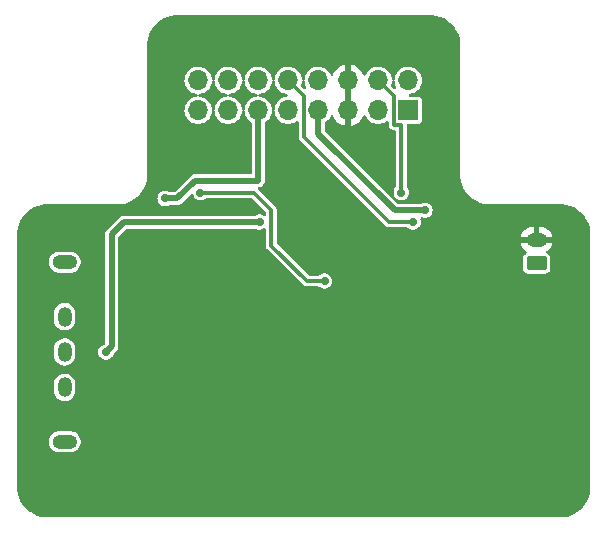
<source format=gbr>
%TF.GenerationSoftware,KiCad,Pcbnew,8.0.1*%
%TF.CreationDate,2024-04-21T22:45:41+02:00*%
%TF.ProjectId,PowerSubsystem2.0,506f7765-7253-4756-9273-797374656d32,v2*%
%TF.SameCoordinates,Original*%
%TF.FileFunction,Copper,L2,Bot*%
%TF.FilePolarity,Positive*%
%FSLAX46Y46*%
G04 Gerber Fmt 4.6, Leading zero omitted, Abs format (unit mm)*
G04 Created by KiCad (PCBNEW 8.0.1) date 2024-04-21 22:45:41*
%MOMM*%
%LPD*%
G01*
G04 APERTURE LIST*
G04 Aperture macros list*
%AMRoundRect*
0 Rectangle with rounded corners*
0 $1 Rounding radius*
0 $2 $3 $4 $5 $6 $7 $8 $9 X,Y pos of 4 corners*
0 Add a 4 corners polygon primitive as box body*
4,1,4,$2,$3,$4,$5,$6,$7,$8,$9,$2,$3,0*
0 Add four circle primitives for the rounded corners*
1,1,$1+$1,$2,$3*
1,1,$1+$1,$4,$5*
1,1,$1+$1,$6,$7*
1,1,$1+$1,$8,$9*
0 Add four rect primitives between the rounded corners*
20,1,$1+$1,$2,$3,$4,$5,0*
20,1,$1+$1,$4,$5,$6,$7,0*
20,1,$1+$1,$6,$7,$8,$9,0*
20,1,$1+$1,$8,$9,$2,$3,0*%
G04 Aperture macros list end*
%TA.AperFunction,ComponentPad*%
%ADD10O,2.100000X1.200000*%
%TD*%
%TA.AperFunction,ComponentPad*%
%ADD11O,1.200000X1.700000*%
%TD*%
%TA.AperFunction,ComponentPad*%
%ADD12O,1.750000X1.200000*%
%TD*%
%TA.AperFunction,ComponentPad*%
%ADD13RoundRect,0.250000X0.625000X-0.350000X0.625000X0.350000X-0.625000X0.350000X-0.625000X-0.350000X0*%
%TD*%
%TA.AperFunction,ComponentPad*%
%ADD14R,1.700000X1.700000*%
%TD*%
%TA.AperFunction,ComponentPad*%
%ADD15O,1.700000X1.700000*%
%TD*%
%TA.AperFunction,ViaPad*%
%ADD16C,0.700000*%
%TD*%
%TA.AperFunction,Conductor*%
%ADD17C,0.300000*%
%TD*%
%TA.AperFunction,Conductor*%
%ADD18C,0.500000*%
%TD*%
G04 APERTURE END LIST*
D10*
%TO.P,U5,5,5*%
%TO.N,unconnected-(U5-Pad5)*%
X107500000Y-72900051D03*
%TO.P,U5,4,4*%
%TO.N,unconnected-(U5-Pad4)*%
X107500000Y-88099949D03*
D11*
%TO.P,U5,3,3*%
%TO.N,H-bridge*%
X107500000Y-83500000D03*
%TO.P,U5,2,2*%
%TO.N,/Vbatt*%
X107500000Y-80500000D03*
%TO.P,U5,1,1*%
%TO.N,Charging*%
X107500000Y-77500000D03*
%TD*%
D12*
%TO.P,J2,2,Pin_2*%
%TO.N,GND*%
X147450000Y-71000000D03*
D13*
%TO.P,J2,1,Pin_1*%
%TO.N,/Vbatt*%
X147450000Y-73000000D03*
%TD*%
D14*
%TO.P,J1,1,Pin_1*%
%TO.N,/Motor2_A*%
X136580000Y-60040000D03*
D15*
%TO.P,J1,2,Pin_2*%
%TO.N,/PWM1*%
X136580000Y-57500000D03*
%TO.P,J1,3,Pin_3*%
%TO.N,/Motor2_B*%
X134040000Y-60040000D03*
%TO.P,J1,4,Pin_4*%
%TO.N,/PWM2*%
X134040000Y-57500000D03*
%TO.P,J1,5,Pin_5*%
%TO.N,GND*%
X131500000Y-60040000D03*
%TO.P,J1,6,Pin_6*%
X131500000Y-57500000D03*
%TO.P,J1,7,Pin_7*%
%TO.N,/Vbatt*%
X128960000Y-60040000D03*
%TO.P,J1,8,Pin_8*%
X128960000Y-57500000D03*
%TO.P,J1,9,Pin_9*%
%TO.N,/RESV*%
X126420000Y-60040000D03*
%TO.P,J1,10,Pin_10*%
%TO.N,VADC*%
X126420000Y-57500000D03*
%TO.P,J1,11,Pin_11*%
%TO.N,/Vusb*%
X123880000Y-60040000D03*
%TO.P,J1,12,Pin_12*%
X123880000Y-57500000D03*
%TO.P,J1,13,Pin_13*%
%TO.N,/Motor1_A*%
X121340000Y-60040000D03*
%TO.P,J1,14,Pin_14*%
%TO.N,/PWM3*%
X121340000Y-57500000D03*
%TO.P,J1,15,Pin_15*%
%TO.N,/Motor1_B*%
X118800000Y-60040000D03*
%TO.P,J1,16,Pin_16*%
%TO.N,/PWM4*%
X118800000Y-57500000D03*
%TD*%
D16*
%TO.N,GND*%
X121500000Y-74500000D03*
X116500000Y-86500000D03*
%TO.N,/Vbatt*%
X124000000Y-69500000D03*
X111000000Y-80500000D03*
%TO.N,/Vusb*%
X116000000Y-67500000D03*
%TO.N,VADC*%
X137000000Y-69500000D03*
%TO.N,GND*%
X131500000Y-62500000D03*
%TO.N,/Vbatt*%
X138000000Y-68500000D03*
%TO.N,GND*%
X141460000Y-89000000D03*
X129500000Y-71000000D03*
X131000000Y-71000000D03*
X144500000Y-71000000D03*
X133500000Y-87500000D03*
X143460000Y-76475000D03*
X130500000Y-84000000D03*
%TO.N,/PWM2*%
X136000000Y-67000000D03*
%TO.N,/Motor1_B*%
X119000000Y-67000000D03*
X129500000Y-74500000D03*
%TD*%
D17*
%TO.N,VADC*%
X127760000Y-58840000D02*
X126420000Y-57500000D01*
X135000000Y-69500000D02*
X127760000Y-62260000D01*
X137000000Y-69500000D02*
X135000000Y-69500000D01*
X127760000Y-62260000D02*
X127760000Y-58840000D01*
D18*
%TO.N,/Vbatt*%
X138000000Y-68500000D02*
X135439339Y-68500000D01*
X135439339Y-68500000D02*
X128960000Y-62020661D01*
X128960000Y-62020661D02*
X128960000Y-60040000D01*
D17*
%TO.N,/Motor1_B*%
X125000000Y-71500000D02*
X128000000Y-74500000D01*
X125000000Y-68500000D02*
X125000000Y-71500000D01*
X128000000Y-74500000D02*
X129500000Y-74500000D01*
X119000000Y-67000000D02*
X123500000Y-67000000D01*
X123500000Y-67000000D02*
X125000000Y-68500000D01*
D18*
%TO.N,/Vusb*%
X118500000Y-66000000D02*
X123880000Y-66000000D01*
X123880000Y-66000000D02*
X123880000Y-60040000D01*
X116000000Y-67500000D02*
X117000000Y-67500000D01*
X117000000Y-67500000D02*
X118500000Y-66000000D01*
D17*
%TO.N,/PWM2*%
X135380000Y-58840000D02*
X134040000Y-57500000D01*
X135380000Y-61240000D02*
X135380000Y-58840000D01*
X136000000Y-61240000D02*
X135380000Y-61240000D01*
X136000000Y-67000000D02*
X136000000Y-61240000D01*
D18*
%TO.N,/Vbatt*%
X112500000Y-69500000D02*
X124000000Y-69500000D01*
X112000000Y-70000000D02*
X112500000Y-69500000D01*
X111500000Y-70500000D02*
X112000000Y-70000000D01*
X111500000Y-80000000D02*
X111500000Y-70500000D01*
X111000000Y-80500000D02*
X111500000Y-80000000D01*
%TD*%
%TA.AperFunction,Conductor*%
%TO.N,GND*%
G36*
X131750000Y-59606988D02*
G01*
X131692993Y-59574075D01*
X131565826Y-59540000D01*
X131434174Y-59540000D01*
X131307007Y-59574075D01*
X131250000Y-59606988D01*
X131250000Y-57933012D01*
X131307007Y-57965925D01*
X131434174Y-58000000D01*
X131565826Y-58000000D01*
X131692993Y-57965925D01*
X131750000Y-57933012D01*
X131750000Y-59606988D01*
G37*
%TD.AperFunction*%
%TA.AperFunction,Conductor*%
G36*
X138501039Y-52000017D02*
G01*
X138503981Y-52000065D01*
X138656582Y-52002559D01*
X138670718Y-52003602D01*
X138980196Y-52044345D01*
X138996087Y-52047506D01*
X139240218Y-52112921D01*
X139296612Y-52128032D01*
X139311971Y-52133246D01*
X139599400Y-52252303D01*
X139613947Y-52259477D01*
X139883377Y-52415032D01*
X139896863Y-52424043D01*
X140143686Y-52613437D01*
X140155881Y-52624132D01*
X140375867Y-52844118D01*
X140386562Y-52856313D01*
X140575956Y-53103136D01*
X140584967Y-53116622D01*
X140740522Y-53386052D01*
X140747696Y-53400599D01*
X140866753Y-53688028D01*
X140871967Y-53703387D01*
X140952491Y-54003903D01*
X140955655Y-54019812D01*
X140996396Y-54329270D01*
X140997440Y-54343428D01*
X140999983Y-54498960D01*
X141000000Y-54500987D01*
X141000000Y-65500026D01*
X141002675Y-65663677D01*
X141002677Y-65663694D01*
X141045405Y-65988245D01*
X141130135Y-66304461D01*
X141255410Y-66606901D01*
X141255414Y-66606911D01*
X141419095Y-66890415D01*
X141618382Y-67150131D01*
X141618388Y-67150138D01*
X141849861Y-67381611D01*
X141849868Y-67381617D01*
X142109584Y-67580904D01*
X142393088Y-67744585D01*
X142393089Y-67744585D01*
X142393092Y-67744587D01*
X142695539Y-67869865D01*
X143011751Y-67954594D01*
X143336317Y-67997324D01*
X143361892Y-67997742D01*
X143499973Y-68000000D01*
X143500000Y-68000000D01*
X149499013Y-68000000D01*
X149501039Y-68000017D01*
X149503981Y-68000065D01*
X149656582Y-68002559D01*
X149670718Y-68003602D01*
X149980196Y-68044345D01*
X149996087Y-68047506D01*
X150239378Y-68112696D01*
X150296612Y-68128032D01*
X150311971Y-68133246D01*
X150599400Y-68252303D01*
X150613947Y-68259477D01*
X150883377Y-68415032D01*
X150896863Y-68424043D01*
X151143686Y-68613437D01*
X151155881Y-68624132D01*
X151375867Y-68844118D01*
X151386562Y-68856313D01*
X151575956Y-69103136D01*
X151584967Y-69116622D01*
X151740522Y-69386052D01*
X151747696Y-69400599D01*
X151866753Y-69688028D01*
X151871967Y-69703387D01*
X151952491Y-70003903D01*
X151955655Y-70019812D01*
X151996396Y-70329270D01*
X151997440Y-70343428D01*
X151999983Y-70498960D01*
X152000000Y-70500987D01*
X152000000Y-91999012D01*
X151999983Y-92001039D01*
X151997440Y-92156571D01*
X151996396Y-92170729D01*
X151955655Y-92480187D01*
X151952491Y-92496096D01*
X151871967Y-92796612D01*
X151866753Y-92811971D01*
X151747696Y-93099400D01*
X151740522Y-93113947D01*
X151584967Y-93383377D01*
X151575956Y-93396863D01*
X151386562Y-93643686D01*
X151375867Y-93655881D01*
X151155881Y-93875867D01*
X151143686Y-93886562D01*
X150896863Y-94075956D01*
X150883377Y-94084967D01*
X150613947Y-94240522D01*
X150599400Y-94247696D01*
X150311971Y-94366753D01*
X150296612Y-94371967D01*
X149996096Y-94452491D01*
X149980187Y-94455655D01*
X149670729Y-94496396D01*
X149656571Y-94497440D01*
X149501040Y-94499983D01*
X149499013Y-94500000D01*
X106000987Y-94500000D01*
X105998960Y-94499983D01*
X105843428Y-94497440D01*
X105829270Y-94496396D01*
X105519812Y-94455655D01*
X105503903Y-94452491D01*
X105203387Y-94371967D01*
X105188028Y-94366753D01*
X104900599Y-94247696D01*
X104886052Y-94240522D01*
X104616622Y-94084967D01*
X104603136Y-94075956D01*
X104356313Y-93886562D01*
X104344118Y-93875867D01*
X104124132Y-93655881D01*
X104113437Y-93643686D01*
X103924043Y-93396863D01*
X103915032Y-93383377D01*
X103759477Y-93113947D01*
X103752303Y-93099400D01*
X103633246Y-92811971D01*
X103628032Y-92796612D01*
X103612921Y-92740218D01*
X103547506Y-92496087D01*
X103544345Y-92480196D01*
X103503602Y-92170718D01*
X103502559Y-92156582D01*
X103500017Y-92001038D01*
X103500000Y-91999012D01*
X103500000Y-88188644D01*
X106149500Y-88188644D01*
X106184103Y-88362607D01*
X106184106Y-88362616D01*
X106251983Y-88526489D01*
X106251990Y-88526502D01*
X106350535Y-88673983D01*
X106350538Y-88673987D01*
X106475961Y-88799410D01*
X106475965Y-88799413D01*
X106623446Y-88897958D01*
X106623459Y-88897965D01*
X106746363Y-88948872D01*
X106787334Y-88965843D01*
X106787336Y-88965843D01*
X106787341Y-88965845D01*
X106961304Y-89000448D01*
X106961307Y-89000449D01*
X106961309Y-89000449D01*
X108038693Y-89000449D01*
X108038694Y-89000448D01*
X108096682Y-88988913D01*
X108212658Y-88965845D01*
X108212661Y-88965843D01*
X108212666Y-88965843D01*
X108376547Y-88897962D01*
X108524035Y-88799413D01*
X108649464Y-88673984D01*
X108748013Y-88526496D01*
X108815894Y-88362615D01*
X108850500Y-88188640D01*
X108850500Y-88011258D01*
X108850500Y-88011255D01*
X108850499Y-88011253D01*
X108815896Y-87837290D01*
X108815893Y-87837281D01*
X108748016Y-87673408D01*
X108748009Y-87673395D01*
X108649464Y-87525914D01*
X108649461Y-87525910D01*
X108524038Y-87400487D01*
X108524034Y-87400484D01*
X108376553Y-87301939D01*
X108376540Y-87301932D01*
X108212667Y-87234055D01*
X108212658Y-87234052D01*
X108038694Y-87199449D01*
X108038691Y-87199449D01*
X106961309Y-87199449D01*
X106961306Y-87199449D01*
X106787341Y-87234052D01*
X106787332Y-87234055D01*
X106623459Y-87301932D01*
X106623446Y-87301939D01*
X106475965Y-87400484D01*
X106475961Y-87400487D01*
X106350538Y-87525910D01*
X106350535Y-87525914D01*
X106251990Y-87673395D01*
X106251983Y-87673408D01*
X106184106Y-87837281D01*
X106184103Y-87837290D01*
X106149500Y-88011253D01*
X106149500Y-88188644D01*
X103500000Y-88188644D01*
X103500000Y-83838695D01*
X106599500Y-83838695D01*
X106634103Y-84012658D01*
X106634106Y-84012667D01*
X106701983Y-84176540D01*
X106701990Y-84176553D01*
X106800535Y-84324034D01*
X106800538Y-84324038D01*
X106925961Y-84449461D01*
X106925965Y-84449464D01*
X107073446Y-84548009D01*
X107073459Y-84548016D01*
X107196363Y-84598923D01*
X107237334Y-84615894D01*
X107237336Y-84615894D01*
X107237341Y-84615896D01*
X107411304Y-84650499D01*
X107411307Y-84650500D01*
X107411309Y-84650500D01*
X107588693Y-84650500D01*
X107588694Y-84650499D01*
X107646682Y-84638964D01*
X107762658Y-84615896D01*
X107762661Y-84615894D01*
X107762666Y-84615894D01*
X107926547Y-84548013D01*
X108074035Y-84449464D01*
X108199464Y-84324035D01*
X108298013Y-84176547D01*
X108365894Y-84012666D01*
X108400500Y-83838691D01*
X108400500Y-83161309D01*
X108400500Y-83161306D01*
X108400499Y-83161304D01*
X108365896Y-82987341D01*
X108365893Y-82987332D01*
X108298016Y-82823459D01*
X108298009Y-82823446D01*
X108199464Y-82675965D01*
X108199461Y-82675961D01*
X108074038Y-82550538D01*
X108074034Y-82550535D01*
X107926553Y-82451990D01*
X107926540Y-82451983D01*
X107762667Y-82384106D01*
X107762658Y-82384103D01*
X107588694Y-82349500D01*
X107588691Y-82349500D01*
X107411309Y-82349500D01*
X107411306Y-82349500D01*
X107237341Y-82384103D01*
X107237332Y-82384106D01*
X107073459Y-82451983D01*
X107073446Y-82451990D01*
X106925965Y-82550535D01*
X106925961Y-82550538D01*
X106800538Y-82675961D01*
X106800535Y-82675965D01*
X106701990Y-82823446D01*
X106701983Y-82823459D01*
X106634106Y-82987332D01*
X106634103Y-82987341D01*
X106599500Y-83161304D01*
X106599500Y-83838695D01*
X103500000Y-83838695D01*
X103500000Y-80838695D01*
X106599500Y-80838695D01*
X106634103Y-81012658D01*
X106634106Y-81012667D01*
X106701983Y-81176540D01*
X106701990Y-81176553D01*
X106800535Y-81324034D01*
X106800538Y-81324038D01*
X106925961Y-81449461D01*
X106925965Y-81449464D01*
X107073446Y-81548009D01*
X107073459Y-81548016D01*
X107196363Y-81598923D01*
X107237334Y-81615894D01*
X107237336Y-81615894D01*
X107237341Y-81615896D01*
X107411304Y-81650499D01*
X107411307Y-81650500D01*
X107411309Y-81650500D01*
X107588693Y-81650500D01*
X107588694Y-81650499D01*
X107646682Y-81638964D01*
X107762658Y-81615896D01*
X107762661Y-81615894D01*
X107762666Y-81615894D01*
X107926547Y-81548013D01*
X108074035Y-81449464D01*
X108199464Y-81324035D01*
X108298013Y-81176547D01*
X108365894Y-81012666D01*
X108400500Y-80838691D01*
X108400500Y-80500000D01*
X110344722Y-80500000D01*
X110363762Y-80656818D01*
X110419779Y-80804521D01*
X110419780Y-80804523D01*
X110509517Y-80934530D01*
X110627760Y-81039283D01*
X110627762Y-81039284D01*
X110767634Y-81112696D01*
X110921014Y-81150500D01*
X110921015Y-81150500D01*
X111078985Y-81150500D01*
X111232365Y-81112696D01*
X111372240Y-81039283D01*
X111490483Y-80934530D01*
X111580220Y-80804523D01*
X111635676Y-80658295D01*
X111663932Y-80614591D01*
X111940510Y-80338015D01*
X112012984Y-80212485D01*
X112024115Y-80170943D01*
X112050500Y-80072475D01*
X112050500Y-70779387D01*
X112070185Y-70712348D01*
X112086819Y-70691706D01*
X112691706Y-70086819D01*
X112753029Y-70053334D01*
X112779387Y-70050500D01*
X123618569Y-70050500D01*
X123676194Y-70064703D01*
X123767635Y-70112696D01*
X123844325Y-70131598D01*
X123921014Y-70150500D01*
X123921015Y-70150500D01*
X124078985Y-70150500D01*
X124232365Y-70112696D01*
X124367876Y-70041573D01*
X124436381Y-70027848D01*
X124501435Y-70053340D01*
X124542380Y-70109955D01*
X124549500Y-70151370D01*
X124549500Y-71559308D01*
X124573712Y-71649672D01*
X124580200Y-71673885D01*
X124580200Y-71673886D01*
X124580201Y-71673887D01*
X124639511Y-71776614D01*
X127723386Y-74860490D01*
X127826113Y-74919799D01*
X127850321Y-74926284D01*
X127850324Y-74926286D01*
X127850325Y-74926286D01*
X127880447Y-74934357D01*
X127940691Y-74950500D01*
X128980517Y-74950500D01*
X129047556Y-74970185D01*
X129062741Y-74981682D01*
X129127760Y-75039283D01*
X129127762Y-75039284D01*
X129267634Y-75112696D01*
X129421014Y-75150500D01*
X129421015Y-75150500D01*
X129578985Y-75150500D01*
X129732365Y-75112696D01*
X129872240Y-75039283D01*
X129990483Y-74934530D01*
X130080220Y-74804523D01*
X130136237Y-74656818D01*
X130155278Y-74500000D01*
X130136237Y-74343182D01*
X130080220Y-74195477D01*
X129990483Y-74065470D01*
X129872240Y-73960717D01*
X129872238Y-73960716D01*
X129872237Y-73960715D01*
X129732365Y-73887303D01*
X129578986Y-73849500D01*
X129578985Y-73849500D01*
X129421015Y-73849500D01*
X129421014Y-73849500D01*
X129267634Y-73887303D01*
X129127762Y-73960715D01*
X129062744Y-74018316D01*
X128999510Y-74048037D01*
X128980517Y-74049500D01*
X128237966Y-74049500D01*
X128170927Y-74029815D01*
X128150285Y-74013181D01*
X125486819Y-71349715D01*
X125453334Y-71288392D01*
X125450500Y-71262034D01*
X125450500Y-70749999D01*
X146100884Y-70749999D01*
X146100885Y-70750000D01*
X147169670Y-70750000D01*
X147149925Y-70769745D01*
X147100556Y-70855255D01*
X147075000Y-70950630D01*
X147075000Y-71049370D01*
X147100556Y-71144745D01*
X147149925Y-71230255D01*
X147169670Y-71250000D01*
X146100885Y-71250000D01*
X146102085Y-71257584D01*
X146155591Y-71422255D01*
X146234195Y-71576524D01*
X146335967Y-71716602D01*
X146458397Y-71839032D01*
X146600167Y-71942033D01*
X146642833Y-71997363D01*
X146648812Y-72066977D01*
X146616207Y-72128772D01*
X146572773Y-72157706D01*
X146552658Y-72165638D01*
X146432077Y-72257077D01*
X146340639Y-72377656D01*
X146285122Y-72518438D01*
X146279188Y-72567853D01*
X146274500Y-72606898D01*
X146274500Y-73393102D01*
X146280126Y-73439954D01*
X146285122Y-73481561D01*
X146340639Y-73622343D01*
X146432077Y-73742922D01*
X146552656Y-73834360D01*
X146552657Y-73834360D01*
X146552658Y-73834361D01*
X146693436Y-73889877D01*
X146781898Y-73900500D01*
X146781903Y-73900500D01*
X148118097Y-73900500D01*
X148118102Y-73900500D01*
X148206564Y-73889877D01*
X148347342Y-73834361D01*
X148467922Y-73742922D01*
X148559361Y-73622342D01*
X148614877Y-73481564D01*
X148625500Y-73393102D01*
X148625500Y-72606898D01*
X148614877Y-72518436D01*
X148559361Y-72377658D01*
X148559360Y-72377657D01*
X148559360Y-72377656D01*
X148467922Y-72257077D01*
X148347342Y-72165638D01*
X148327228Y-72157707D01*
X148272083Y-72114801D01*
X148248890Y-72048893D01*
X148265010Y-71980909D01*
X148299833Y-71942033D01*
X148441598Y-71839036D01*
X148564032Y-71716602D01*
X148665804Y-71576524D01*
X148744408Y-71422255D01*
X148797914Y-71257584D01*
X148799115Y-71250000D01*
X147730330Y-71250000D01*
X147750075Y-71230255D01*
X147799444Y-71144745D01*
X147825000Y-71049370D01*
X147825000Y-70950630D01*
X147799444Y-70855255D01*
X147750075Y-70769745D01*
X147730330Y-70750000D01*
X148799115Y-70750000D01*
X148799115Y-70749999D01*
X148797914Y-70742415D01*
X148744408Y-70577744D01*
X148665804Y-70423475D01*
X148564032Y-70283397D01*
X148441602Y-70160967D01*
X148301524Y-70059195D01*
X148147257Y-69980591D01*
X147982584Y-69927085D01*
X147811571Y-69900000D01*
X147700000Y-69900000D01*
X147700000Y-70719670D01*
X147680255Y-70699925D01*
X147594745Y-70650556D01*
X147499370Y-70625000D01*
X147400630Y-70625000D01*
X147305255Y-70650556D01*
X147219745Y-70699925D01*
X147200000Y-70719670D01*
X147200000Y-69900000D01*
X147088429Y-69900000D01*
X146917415Y-69927085D01*
X146752742Y-69980591D01*
X146598475Y-70059195D01*
X146458397Y-70160967D01*
X146335967Y-70283397D01*
X146234195Y-70423475D01*
X146155591Y-70577744D01*
X146102085Y-70742415D01*
X146100884Y-70749999D01*
X125450500Y-70749999D01*
X125450500Y-68440693D01*
X125450500Y-68440691D01*
X125419799Y-68326114D01*
X125378127Y-68253937D01*
X125378127Y-68253936D01*
X125378125Y-68253934D01*
X125377185Y-68252306D01*
X125360489Y-68223386D01*
X125360488Y-68223385D01*
X125360485Y-68223381D01*
X123895445Y-66758341D01*
X123861960Y-66697018D01*
X123866944Y-66627326D01*
X123908816Y-66571393D01*
X123951033Y-66550885D01*
X123952470Y-66550500D01*
X123952475Y-66550500D01*
X124092485Y-66512984D01*
X124218015Y-66440509D01*
X124320509Y-66338015D01*
X124392984Y-66212485D01*
X124430500Y-66072475D01*
X124430500Y-61121396D01*
X124450185Y-61054357D01*
X124489223Y-61015969D01*
X124490076Y-61015441D01*
X124576302Y-60962052D01*
X124733872Y-60818407D01*
X124862366Y-60648255D01*
X124916270Y-60540000D01*
X124957403Y-60457394D01*
X124957403Y-60457393D01*
X124957405Y-60457389D01*
X125015756Y-60252310D01*
X125026529Y-60136047D01*
X125052315Y-60071111D01*
X125094622Y-60040804D01*
X125203130Y-60040804D01*
X125239503Y-60061668D01*
X125271693Y-60123681D01*
X125273470Y-60136047D01*
X125284244Y-60252310D01*
X125337675Y-60440099D01*
X125342596Y-60457392D01*
X125342596Y-60457394D01*
X125437632Y-60648253D01*
X125566127Y-60818406D01*
X125566128Y-60818407D01*
X125723698Y-60962052D01*
X125904981Y-61074298D01*
X126103802Y-61151321D01*
X126313390Y-61190500D01*
X126313392Y-61190500D01*
X126526608Y-61190500D01*
X126526610Y-61190500D01*
X126736198Y-61151321D01*
X126935019Y-61074298D01*
X127116302Y-60962052D01*
X127116304Y-60962049D01*
X127120222Y-60959624D01*
X127187583Y-60941068D01*
X127254282Y-60961876D01*
X127299144Y-61015441D01*
X127309500Y-61065051D01*
X127309500Y-62319308D01*
X127333712Y-62409672D01*
X127340200Y-62433885D01*
X127340200Y-62433886D01*
X127340201Y-62433887D01*
X127399511Y-62536614D01*
X134723386Y-69860489D01*
X134826113Y-69919799D01*
X134850321Y-69926284D01*
X134850324Y-69926286D01*
X134850325Y-69926286D01*
X134880447Y-69934357D01*
X134940691Y-69950500D01*
X136480517Y-69950500D01*
X136547556Y-69970185D01*
X136562741Y-69981682D01*
X136627760Y-70039283D01*
X136627762Y-70039284D01*
X136767634Y-70112696D01*
X136921014Y-70150500D01*
X136921015Y-70150500D01*
X137078985Y-70150500D01*
X137232365Y-70112696D01*
X137237587Y-70109955D01*
X137372240Y-70039283D01*
X137490483Y-69934530D01*
X137580220Y-69804523D01*
X137636237Y-69656818D01*
X137655278Y-69500000D01*
X137636237Y-69343182D01*
X137609765Y-69273383D01*
X137604399Y-69203721D01*
X137637546Y-69142215D01*
X137698684Y-69108394D01*
X137759972Y-69112438D01*
X137760351Y-69110901D01*
X137921014Y-69150500D01*
X137921015Y-69150500D01*
X138078985Y-69150500D01*
X138232365Y-69112696D01*
X138333737Y-69059491D01*
X138372240Y-69039283D01*
X138490483Y-68934530D01*
X138580220Y-68804523D01*
X138636237Y-68656818D01*
X138655278Y-68500000D01*
X138636237Y-68343182D01*
X138580220Y-68195477D01*
X138490483Y-68065470D01*
X138372240Y-67960717D01*
X138372238Y-67960716D01*
X138372237Y-67960715D01*
X138232365Y-67887303D01*
X138078986Y-67849500D01*
X138078985Y-67849500D01*
X137921015Y-67849500D01*
X137921014Y-67849500D01*
X137767636Y-67887303D01*
X137721763Y-67911379D01*
X137676194Y-67935296D01*
X137618569Y-67949500D01*
X135718726Y-67949500D01*
X135651687Y-67929815D01*
X135631045Y-67913181D01*
X129546819Y-61828955D01*
X129513334Y-61767632D01*
X129510500Y-61741274D01*
X129510500Y-61121396D01*
X129530185Y-61054357D01*
X129569223Y-61015969D01*
X129570076Y-61015441D01*
X129656302Y-60962052D01*
X129813872Y-60818407D01*
X129942366Y-60648255D01*
X130009325Y-60513781D01*
X130056825Y-60462548D01*
X130124488Y-60445126D01*
X130190828Y-60467051D01*
X130232705Y-60516651D01*
X130326399Y-60717578D01*
X130461894Y-60911082D01*
X130628917Y-61078105D01*
X130822421Y-61213600D01*
X131036507Y-61313429D01*
X131036516Y-61313433D01*
X131250000Y-61370634D01*
X131250000Y-60473012D01*
X131307007Y-60505925D01*
X131434174Y-60540000D01*
X131565826Y-60540000D01*
X131692993Y-60505925D01*
X131750000Y-60473012D01*
X131750000Y-61370633D01*
X131963483Y-61313433D01*
X131963492Y-61313429D01*
X132177578Y-61213600D01*
X132371082Y-61078105D01*
X132538105Y-60911082D01*
X132673600Y-60717578D01*
X132767294Y-60516651D01*
X132813466Y-60464212D01*
X132880660Y-60445060D01*
X132947541Y-60465276D01*
X132990676Y-60513785D01*
X133057632Y-60648253D01*
X133186127Y-60818406D01*
X133186128Y-60818407D01*
X133343698Y-60962052D01*
X133524981Y-61074298D01*
X133723802Y-61151321D01*
X133933390Y-61190500D01*
X133933392Y-61190500D01*
X134146608Y-61190500D01*
X134146610Y-61190500D01*
X134356198Y-61151321D01*
X134555019Y-61074298D01*
X134736302Y-60962052D01*
X134736304Y-60962049D01*
X134740222Y-60959624D01*
X134807583Y-60941068D01*
X134874282Y-60961876D01*
X134919144Y-61015441D01*
X134929500Y-61065051D01*
X134929500Y-61180691D01*
X134929500Y-61299309D01*
X134960201Y-61413886D01*
X135019511Y-61516613D01*
X135103387Y-61600489D01*
X135206114Y-61659799D01*
X135320691Y-61690500D01*
X135425500Y-61690500D01*
X135492539Y-61710185D01*
X135538294Y-61762989D01*
X135549500Y-61814500D01*
X135549500Y-66474240D01*
X135529815Y-66541279D01*
X135514153Y-66559556D01*
X135514491Y-66559856D01*
X135509515Y-66565472D01*
X135419781Y-66695475D01*
X135419780Y-66695476D01*
X135363762Y-66843181D01*
X135344722Y-66999999D01*
X135344722Y-67000000D01*
X135363762Y-67156818D01*
X135378424Y-67195477D01*
X135419780Y-67304523D01*
X135509517Y-67434530D01*
X135627760Y-67539283D01*
X135627762Y-67539284D01*
X135767634Y-67612696D01*
X135921014Y-67650500D01*
X135921015Y-67650500D01*
X136078985Y-67650500D01*
X136232365Y-67612696D01*
X136372240Y-67539283D01*
X136490483Y-67434530D01*
X136580220Y-67304523D01*
X136636237Y-67156818D01*
X136655278Y-67000000D01*
X136646130Y-66924654D01*
X136636237Y-66843181D01*
X136580804Y-66697018D01*
X136580220Y-66695477D01*
X136490483Y-66565470D01*
X136490479Y-66565466D01*
X136485509Y-66559856D01*
X136486953Y-66558576D01*
X136455145Y-66507860D01*
X136450500Y-66474240D01*
X136450500Y-61314499D01*
X136470185Y-61247460D01*
X136522989Y-61201705D01*
X136574500Y-61190499D01*
X137474856Y-61190499D01*
X137474864Y-61190499D01*
X137474879Y-61190497D01*
X137474882Y-61190497D01*
X137499987Y-61187586D01*
X137499988Y-61187585D01*
X137499991Y-61187585D01*
X137602765Y-61142206D01*
X137682206Y-61062765D01*
X137727585Y-60959991D01*
X137730500Y-60934865D01*
X137730499Y-59145136D01*
X137730497Y-59145117D01*
X137727586Y-59120012D01*
X137727585Y-59120010D01*
X137727585Y-59120009D01*
X137682206Y-59017235D01*
X137602765Y-58937794D01*
X137582124Y-58928680D01*
X137499992Y-58892415D01*
X137474868Y-58889500D01*
X137474865Y-58889500D01*
X136746245Y-58889500D01*
X136679206Y-58869815D01*
X136633451Y-58817011D01*
X136623507Y-58747853D01*
X136652532Y-58684297D01*
X136711310Y-58646523D01*
X136723450Y-58643613D01*
X136896198Y-58611321D01*
X137095019Y-58534298D01*
X137276302Y-58422052D01*
X137433872Y-58278407D01*
X137562366Y-58108255D01*
X137622866Y-57986753D01*
X137657403Y-57917394D01*
X137657403Y-57917393D01*
X137657405Y-57917389D01*
X137715756Y-57712310D01*
X137735429Y-57500000D01*
X137715756Y-57287690D01*
X137657405Y-57082611D01*
X137657403Y-57082606D01*
X137657403Y-57082605D01*
X137562367Y-56891746D01*
X137433872Y-56721593D01*
X137276302Y-56577948D01*
X137095019Y-56465702D01*
X137095017Y-56465701D01*
X136995608Y-56427190D01*
X136896198Y-56388679D01*
X136686610Y-56349500D01*
X136473390Y-56349500D01*
X136263802Y-56388679D01*
X136263799Y-56388679D01*
X136263799Y-56388680D01*
X136064982Y-56465701D01*
X136064980Y-56465702D01*
X135883699Y-56577947D01*
X135726127Y-56721593D01*
X135597632Y-56891746D01*
X135502596Y-57082605D01*
X135502596Y-57082607D01*
X135444244Y-57287689D01*
X135433471Y-57403951D01*
X135407685Y-57468888D01*
X135363130Y-57500804D01*
X135399503Y-57521668D01*
X135431693Y-57583681D01*
X135433470Y-57596047D01*
X135444244Y-57712310D01*
X135502595Y-57917389D01*
X135526763Y-57965925D01*
X135568518Y-58049781D01*
X135580778Y-58118566D01*
X135553905Y-58183061D01*
X135496428Y-58222789D01*
X135426598Y-58225135D01*
X135369836Y-58192733D01*
X135163856Y-57986753D01*
X135130371Y-57925430D01*
X135132270Y-57865141D01*
X135175756Y-57712310D01*
X135186529Y-57596047D01*
X135212315Y-57531111D01*
X135256869Y-57499194D01*
X135220497Y-57478331D01*
X135188307Y-57416318D01*
X135186529Y-57403951D01*
X135185849Y-57396613D01*
X135175756Y-57287690D01*
X135117405Y-57082611D01*
X135117403Y-57082606D01*
X135117403Y-57082605D01*
X135022367Y-56891746D01*
X134893872Y-56721593D01*
X134736302Y-56577948D01*
X134555019Y-56465702D01*
X134555017Y-56465701D01*
X134455608Y-56427190D01*
X134356198Y-56388679D01*
X134146610Y-56349500D01*
X133933390Y-56349500D01*
X133723802Y-56388679D01*
X133723799Y-56388679D01*
X133723799Y-56388680D01*
X133524982Y-56465701D01*
X133524980Y-56465702D01*
X133343699Y-56577947D01*
X133186127Y-56721593D01*
X133057634Y-56891744D01*
X132990676Y-57026215D01*
X132943173Y-57077452D01*
X132875510Y-57094873D01*
X132809170Y-57072947D01*
X132767294Y-57023348D01*
X132673600Y-56822422D01*
X132673599Y-56822420D01*
X132538113Y-56628926D01*
X132538108Y-56628920D01*
X132371082Y-56461894D01*
X132177578Y-56326399D01*
X131963492Y-56226570D01*
X131963486Y-56226567D01*
X131750000Y-56169364D01*
X131750000Y-57066988D01*
X131692993Y-57034075D01*
X131565826Y-57000000D01*
X131434174Y-57000000D01*
X131307007Y-57034075D01*
X131250000Y-57066988D01*
X131250000Y-56169364D01*
X131249999Y-56169364D01*
X131036513Y-56226567D01*
X131036507Y-56226570D01*
X130822422Y-56326399D01*
X130822420Y-56326400D01*
X130628926Y-56461886D01*
X130628920Y-56461891D01*
X130461891Y-56628920D01*
X130461886Y-56628926D01*
X130326400Y-56822420D01*
X130326399Y-56822422D01*
X130232705Y-57023348D01*
X130186532Y-57075787D01*
X130119339Y-57094939D01*
X130052457Y-57074723D01*
X130009323Y-57026215D01*
X129942366Y-56891745D01*
X129813872Y-56721593D01*
X129656302Y-56577948D01*
X129475019Y-56465702D01*
X129475017Y-56465701D01*
X129375608Y-56427190D01*
X129276198Y-56388679D01*
X129066610Y-56349500D01*
X128853390Y-56349500D01*
X128643802Y-56388679D01*
X128643799Y-56388679D01*
X128643799Y-56388680D01*
X128444982Y-56465701D01*
X128444980Y-56465702D01*
X128263699Y-56577947D01*
X128106127Y-56721593D01*
X127977632Y-56891746D01*
X127882596Y-57082605D01*
X127882596Y-57082607D01*
X127824244Y-57287689D01*
X127813471Y-57403951D01*
X127787685Y-57468888D01*
X127743130Y-57500804D01*
X127779503Y-57521668D01*
X127811693Y-57583681D01*
X127813470Y-57596047D01*
X127824244Y-57712310D01*
X127882595Y-57917389D01*
X127906763Y-57965925D01*
X127948518Y-58049781D01*
X127960778Y-58118566D01*
X127933905Y-58183061D01*
X127876428Y-58222789D01*
X127806598Y-58225135D01*
X127749836Y-58192733D01*
X127543856Y-57986753D01*
X127510371Y-57925430D01*
X127512270Y-57865141D01*
X127555756Y-57712310D01*
X127566529Y-57596047D01*
X127592315Y-57531111D01*
X127636869Y-57499194D01*
X127600497Y-57478331D01*
X127568307Y-57416318D01*
X127566529Y-57403951D01*
X127565849Y-57396613D01*
X127555756Y-57287690D01*
X127497405Y-57082611D01*
X127497403Y-57082606D01*
X127497403Y-57082605D01*
X127402367Y-56891746D01*
X127273872Y-56721593D01*
X127116302Y-56577948D01*
X126935019Y-56465702D01*
X126935017Y-56465701D01*
X126835608Y-56427190D01*
X126736198Y-56388679D01*
X126526610Y-56349500D01*
X126313390Y-56349500D01*
X126103802Y-56388679D01*
X126103799Y-56388679D01*
X126103799Y-56388680D01*
X125904982Y-56465701D01*
X125904980Y-56465702D01*
X125723699Y-56577947D01*
X125566127Y-56721593D01*
X125437632Y-56891746D01*
X125342596Y-57082605D01*
X125342596Y-57082607D01*
X125284244Y-57287689D01*
X125273471Y-57403951D01*
X125247685Y-57468888D01*
X125203130Y-57500804D01*
X125239503Y-57521668D01*
X125271693Y-57583681D01*
X125273470Y-57596047D01*
X125284244Y-57712310D01*
X125337675Y-57900099D01*
X125342596Y-57917392D01*
X125342596Y-57917394D01*
X125437632Y-58108253D01*
X125494125Y-58183061D01*
X125566128Y-58278407D01*
X125723698Y-58422052D01*
X125904981Y-58534298D01*
X126103802Y-58611321D01*
X126300613Y-58648111D01*
X126362893Y-58679779D01*
X126398166Y-58740092D01*
X126395232Y-58809900D01*
X126355023Y-58867040D01*
X126300613Y-58891888D01*
X126103802Y-58928679D01*
X126103799Y-58928679D01*
X126103799Y-58928680D01*
X125904982Y-59005701D01*
X125904980Y-59005702D01*
X125723699Y-59117947D01*
X125566127Y-59261593D01*
X125437632Y-59431746D01*
X125342596Y-59622605D01*
X125342596Y-59622607D01*
X125284244Y-59827689D01*
X125273471Y-59943951D01*
X125247685Y-60008888D01*
X125203130Y-60040804D01*
X125094622Y-60040804D01*
X125096869Y-60039194D01*
X125060497Y-60018331D01*
X125028307Y-59956318D01*
X125026529Y-59943951D01*
X125025849Y-59936613D01*
X125015756Y-59827690D01*
X124957405Y-59622611D01*
X124957403Y-59622606D01*
X124957403Y-59622605D01*
X124862367Y-59431746D01*
X124733872Y-59261593D01*
X124576302Y-59117948D01*
X124395019Y-59005702D01*
X124395017Y-59005701D01*
X124295608Y-58967190D01*
X124196198Y-58928679D01*
X123999385Y-58891888D01*
X123937106Y-58860221D01*
X123901833Y-58799908D01*
X123904767Y-58730100D01*
X123944976Y-58672960D01*
X123999384Y-58648111D01*
X124196198Y-58611321D01*
X124395019Y-58534298D01*
X124576302Y-58422052D01*
X124733872Y-58278407D01*
X124862366Y-58108255D01*
X124922866Y-57986753D01*
X124957403Y-57917394D01*
X124957403Y-57917393D01*
X124957405Y-57917389D01*
X125015756Y-57712310D01*
X125026529Y-57596047D01*
X125052315Y-57531111D01*
X125096869Y-57499194D01*
X125060497Y-57478331D01*
X125028307Y-57416318D01*
X125026529Y-57403951D01*
X125025849Y-57396613D01*
X125015756Y-57287690D01*
X124957405Y-57082611D01*
X124957403Y-57082606D01*
X124957403Y-57082605D01*
X124862367Y-56891746D01*
X124733872Y-56721593D01*
X124576302Y-56577948D01*
X124395019Y-56465702D01*
X124395017Y-56465701D01*
X124295608Y-56427190D01*
X124196198Y-56388679D01*
X123986610Y-56349500D01*
X123773390Y-56349500D01*
X123563802Y-56388679D01*
X123563799Y-56388679D01*
X123563799Y-56388680D01*
X123364982Y-56465701D01*
X123364980Y-56465702D01*
X123183699Y-56577947D01*
X123026127Y-56721593D01*
X122897632Y-56891746D01*
X122802596Y-57082605D01*
X122802596Y-57082607D01*
X122744244Y-57287689D01*
X122733471Y-57403951D01*
X122707685Y-57468888D01*
X122663130Y-57500804D01*
X122699503Y-57521668D01*
X122731693Y-57583681D01*
X122733470Y-57596047D01*
X122744244Y-57712310D01*
X122797675Y-57900099D01*
X122802596Y-57917392D01*
X122802596Y-57917394D01*
X122897632Y-58108253D01*
X122954125Y-58183061D01*
X123026128Y-58278407D01*
X123183698Y-58422052D01*
X123364981Y-58534298D01*
X123563802Y-58611321D01*
X123760613Y-58648111D01*
X123822893Y-58679779D01*
X123858166Y-58740092D01*
X123855232Y-58809900D01*
X123815023Y-58867040D01*
X123760613Y-58891888D01*
X123563802Y-58928679D01*
X123563799Y-58928679D01*
X123563799Y-58928680D01*
X123364982Y-59005701D01*
X123364980Y-59005702D01*
X123183699Y-59117947D01*
X123026127Y-59261593D01*
X122897632Y-59431746D01*
X122802596Y-59622605D01*
X122802596Y-59622607D01*
X122744244Y-59827689D01*
X122733471Y-59943951D01*
X122707685Y-60008888D01*
X122663130Y-60040804D01*
X122699503Y-60061668D01*
X122731693Y-60123681D01*
X122733470Y-60136047D01*
X122744244Y-60252310D01*
X122797675Y-60440099D01*
X122802596Y-60457392D01*
X122802596Y-60457394D01*
X122897632Y-60648253D01*
X123026127Y-60818406D01*
X123026128Y-60818407D01*
X123183698Y-60962052D01*
X123183700Y-60962053D01*
X123183701Y-60962054D01*
X123270777Y-61015969D01*
X123317413Y-61067997D01*
X123329500Y-61121396D01*
X123329500Y-65325500D01*
X123309815Y-65392539D01*
X123257011Y-65438294D01*
X123205500Y-65449500D01*
X118427525Y-65449500D01*
X118322517Y-65477637D01*
X118287514Y-65487016D01*
X118161986Y-65559489D01*
X118161983Y-65559491D01*
X116808294Y-66913181D01*
X116746971Y-66946666D01*
X116720613Y-66949500D01*
X116381431Y-66949500D01*
X116323805Y-66935296D01*
X116232365Y-66887304D01*
X116232364Y-66887303D01*
X116232363Y-66887303D01*
X116078986Y-66849500D01*
X116078985Y-66849500D01*
X115921015Y-66849500D01*
X115921014Y-66849500D01*
X115767634Y-66887303D01*
X115627762Y-66960715D01*
X115509516Y-67065471D01*
X115419781Y-67195475D01*
X115419780Y-67195476D01*
X115363762Y-67343181D01*
X115344722Y-67499999D01*
X115344722Y-67500000D01*
X115363762Y-67656818D01*
X115397049Y-67744587D01*
X115419780Y-67804523D01*
X115509517Y-67934530D01*
X115627760Y-68039283D01*
X115627762Y-68039284D01*
X115767634Y-68112696D01*
X115921014Y-68150500D01*
X115921015Y-68150500D01*
X116078985Y-68150500D01*
X116232365Y-68112696D01*
X116323805Y-68064703D01*
X116381431Y-68050500D01*
X117072472Y-68050500D01*
X117072474Y-68050500D01*
X117072475Y-68050500D01*
X117212485Y-68012984D01*
X117257463Y-67987016D01*
X117338015Y-67940510D01*
X118161592Y-67116931D01*
X118222913Y-67083448D01*
X118292604Y-67088432D01*
X118348538Y-67130303D01*
X118365213Y-67160642D01*
X118419781Y-67304525D01*
X118446464Y-67343182D01*
X118509517Y-67434530D01*
X118627760Y-67539283D01*
X118627762Y-67539284D01*
X118767634Y-67612696D01*
X118921014Y-67650500D01*
X118921015Y-67650500D01*
X119078985Y-67650500D01*
X119232365Y-67612696D01*
X119372240Y-67539283D01*
X119437256Y-67481683D01*
X119500490Y-67451963D01*
X119519483Y-67450500D01*
X123262035Y-67450500D01*
X123329074Y-67470185D01*
X123349716Y-67486819D01*
X124513181Y-68650284D01*
X124546666Y-68711607D01*
X124549500Y-68737965D01*
X124549500Y-68848629D01*
X124529815Y-68915668D01*
X124477011Y-68961423D01*
X124407853Y-68971367D01*
X124367874Y-68958425D01*
X124232365Y-68887303D01*
X124078986Y-68849500D01*
X124078985Y-68849500D01*
X123921015Y-68849500D01*
X123921014Y-68849500D01*
X123767636Y-68887303D01*
X123721763Y-68911379D01*
X123676194Y-68935296D01*
X123618569Y-68949500D01*
X112427525Y-68949500D01*
X112322517Y-68977637D01*
X112287514Y-68987016D01*
X112161986Y-69059489D01*
X112161983Y-69059491D01*
X111059491Y-70161983D01*
X111059489Y-70161986D01*
X110987016Y-70287514D01*
X110987016Y-70287515D01*
X110949500Y-70427525D01*
X110949500Y-70427527D01*
X110949500Y-79720611D01*
X110929815Y-79787650D01*
X110913180Y-79808294D01*
X110880375Y-79841098D01*
X110822372Y-79873811D01*
X110767637Y-79887302D01*
X110767634Y-79887303D01*
X110627762Y-79960715D01*
X110509516Y-80065471D01*
X110419781Y-80195475D01*
X110419780Y-80195476D01*
X110363762Y-80343181D01*
X110344722Y-80499999D01*
X110344722Y-80500000D01*
X108400500Y-80500000D01*
X108400500Y-80161309D01*
X108400500Y-80161306D01*
X108400499Y-80161304D01*
X108365896Y-79987341D01*
X108365893Y-79987332D01*
X108298016Y-79823459D01*
X108298009Y-79823446D01*
X108199464Y-79675965D01*
X108199461Y-79675961D01*
X108074038Y-79550538D01*
X108074034Y-79550535D01*
X107926553Y-79451990D01*
X107926540Y-79451983D01*
X107762667Y-79384106D01*
X107762658Y-79384103D01*
X107588694Y-79349500D01*
X107588691Y-79349500D01*
X107411309Y-79349500D01*
X107411306Y-79349500D01*
X107237341Y-79384103D01*
X107237332Y-79384106D01*
X107073459Y-79451983D01*
X107073446Y-79451990D01*
X106925965Y-79550535D01*
X106925961Y-79550538D01*
X106800538Y-79675961D01*
X106800535Y-79675965D01*
X106701990Y-79823446D01*
X106701983Y-79823459D01*
X106634106Y-79987332D01*
X106634103Y-79987341D01*
X106599500Y-80161304D01*
X106599500Y-80838695D01*
X103500000Y-80838695D01*
X103500000Y-77838695D01*
X106599500Y-77838695D01*
X106634103Y-78012658D01*
X106634106Y-78012667D01*
X106701983Y-78176540D01*
X106701990Y-78176553D01*
X106800535Y-78324034D01*
X106800538Y-78324038D01*
X106925961Y-78449461D01*
X106925965Y-78449464D01*
X107073446Y-78548009D01*
X107073459Y-78548016D01*
X107196363Y-78598923D01*
X107237334Y-78615894D01*
X107237336Y-78615894D01*
X107237341Y-78615896D01*
X107411304Y-78650499D01*
X107411307Y-78650500D01*
X107411309Y-78650500D01*
X107588693Y-78650500D01*
X107588694Y-78650499D01*
X107646682Y-78638964D01*
X107762658Y-78615896D01*
X107762661Y-78615894D01*
X107762666Y-78615894D01*
X107926547Y-78548013D01*
X108074035Y-78449464D01*
X108199464Y-78324035D01*
X108298013Y-78176547D01*
X108365894Y-78012666D01*
X108400500Y-77838691D01*
X108400500Y-77161309D01*
X108400500Y-77161306D01*
X108400499Y-77161304D01*
X108365896Y-76987341D01*
X108365893Y-76987332D01*
X108298016Y-76823459D01*
X108298009Y-76823446D01*
X108199464Y-76675965D01*
X108199461Y-76675961D01*
X108074038Y-76550538D01*
X108074034Y-76550535D01*
X107926553Y-76451990D01*
X107926540Y-76451983D01*
X107762667Y-76384106D01*
X107762658Y-76384103D01*
X107588694Y-76349500D01*
X107588691Y-76349500D01*
X107411309Y-76349500D01*
X107411306Y-76349500D01*
X107237341Y-76384103D01*
X107237332Y-76384106D01*
X107073459Y-76451983D01*
X107073446Y-76451990D01*
X106925965Y-76550535D01*
X106925961Y-76550538D01*
X106800538Y-76675961D01*
X106800535Y-76675965D01*
X106701990Y-76823446D01*
X106701983Y-76823459D01*
X106634106Y-76987332D01*
X106634103Y-76987341D01*
X106599500Y-77161304D01*
X106599500Y-77838695D01*
X103500000Y-77838695D01*
X103500000Y-72988746D01*
X106149500Y-72988746D01*
X106184103Y-73162709D01*
X106184106Y-73162718D01*
X106251983Y-73326591D01*
X106251990Y-73326604D01*
X106350535Y-73474085D01*
X106350538Y-73474089D01*
X106475961Y-73599512D01*
X106475965Y-73599515D01*
X106623446Y-73698060D01*
X106623459Y-73698067D01*
X106731751Y-73742922D01*
X106787334Y-73765945D01*
X106787336Y-73765945D01*
X106787341Y-73765947D01*
X106961304Y-73800550D01*
X106961307Y-73800551D01*
X106961309Y-73800551D01*
X108038693Y-73800551D01*
X108038694Y-73800550D01*
X108096682Y-73789015D01*
X108212658Y-73765947D01*
X108212661Y-73765945D01*
X108212666Y-73765945D01*
X108376547Y-73698064D01*
X108524035Y-73599515D01*
X108649464Y-73474086D01*
X108748013Y-73326598D01*
X108815894Y-73162717D01*
X108850500Y-72988742D01*
X108850500Y-72811360D01*
X108850500Y-72811357D01*
X108850499Y-72811355D01*
X108815896Y-72637392D01*
X108815893Y-72637383D01*
X108748016Y-72473510D01*
X108748009Y-72473497D01*
X108649464Y-72326016D01*
X108649461Y-72326012D01*
X108524038Y-72200589D01*
X108524034Y-72200586D01*
X108376553Y-72102041D01*
X108376540Y-72102034D01*
X108212667Y-72034157D01*
X108212658Y-72034154D01*
X108038694Y-71999551D01*
X108038691Y-71999551D01*
X106961309Y-71999551D01*
X106961306Y-71999551D01*
X106787341Y-72034154D01*
X106787332Y-72034157D01*
X106623459Y-72102034D01*
X106623446Y-72102041D01*
X106475965Y-72200586D01*
X106475961Y-72200589D01*
X106350538Y-72326012D01*
X106350535Y-72326016D01*
X106251990Y-72473497D01*
X106251983Y-72473510D01*
X106184106Y-72637383D01*
X106184103Y-72637392D01*
X106149500Y-72811355D01*
X106149500Y-72988746D01*
X103500000Y-72988746D01*
X103500000Y-70500987D01*
X103500017Y-70498961D01*
X103501251Y-70423475D01*
X103502559Y-70343416D01*
X103503602Y-70329283D01*
X103544346Y-70019800D01*
X103547505Y-70003915D01*
X103628032Y-69703385D01*
X103633246Y-69688028D01*
X103711130Y-69500000D01*
X103752306Y-69400592D01*
X103759473Y-69386058D01*
X103915036Y-69116615D01*
X103924038Y-69103143D01*
X104113443Y-68856305D01*
X104124124Y-68844126D01*
X104344126Y-68624124D01*
X104356305Y-68613443D01*
X104603143Y-68424038D01*
X104616615Y-68415036D01*
X104886058Y-68259473D01*
X104900592Y-68252306D01*
X105188030Y-68133245D01*
X105203387Y-68128032D01*
X105503915Y-68047505D01*
X105519800Y-68044346D01*
X105829283Y-68003602D01*
X105843416Y-68002559D01*
X105996083Y-68000064D01*
X105998961Y-68000017D01*
X106000987Y-68000000D01*
X112000027Y-68000000D01*
X112133922Y-67997810D01*
X112163683Y-67997324D01*
X112488249Y-67954594D01*
X112804461Y-67869865D01*
X113106908Y-67744587D01*
X113390416Y-67580904D01*
X113650133Y-67381616D01*
X113881616Y-67150133D01*
X114080904Y-66890416D01*
X114244587Y-66606908D01*
X114369865Y-66304461D01*
X114454594Y-65988249D01*
X114497324Y-65663683D01*
X114497825Y-65632992D01*
X114500000Y-65500026D01*
X114500000Y-60040000D01*
X117644571Y-60040000D01*
X117664244Y-60252310D01*
X117717675Y-60440099D01*
X117722596Y-60457392D01*
X117722596Y-60457394D01*
X117817632Y-60648253D01*
X117946127Y-60818406D01*
X117946128Y-60818407D01*
X118103698Y-60962052D01*
X118284981Y-61074298D01*
X118483802Y-61151321D01*
X118693390Y-61190500D01*
X118693392Y-61190500D01*
X118906608Y-61190500D01*
X118906610Y-61190500D01*
X119116198Y-61151321D01*
X119315019Y-61074298D01*
X119496302Y-60962052D01*
X119653872Y-60818407D01*
X119782366Y-60648255D01*
X119836270Y-60540000D01*
X119877403Y-60457394D01*
X119877403Y-60457393D01*
X119877405Y-60457389D01*
X119935756Y-60252310D01*
X119946529Y-60136047D01*
X119972315Y-60071111D01*
X120014622Y-60040804D01*
X120123130Y-60040804D01*
X120159503Y-60061668D01*
X120191693Y-60123681D01*
X120193470Y-60136047D01*
X120204244Y-60252310D01*
X120257675Y-60440099D01*
X120262596Y-60457392D01*
X120262596Y-60457394D01*
X120357632Y-60648253D01*
X120486127Y-60818406D01*
X120486128Y-60818407D01*
X120643698Y-60962052D01*
X120824981Y-61074298D01*
X121023802Y-61151321D01*
X121233390Y-61190500D01*
X121233392Y-61190500D01*
X121446608Y-61190500D01*
X121446610Y-61190500D01*
X121656198Y-61151321D01*
X121855019Y-61074298D01*
X122036302Y-60962052D01*
X122193872Y-60818407D01*
X122322366Y-60648255D01*
X122376270Y-60540000D01*
X122417403Y-60457394D01*
X122417403Y-60457393D01*
X122417405Y-60457389D01*
X122475756Y-60252310D01*
X122486529Y-60136047D01*
X122512315Y-60071111D01*
X122556869Y-60039194D01*
X122520497Y-60018331D01*
X122488307Y-59956318D01*
X122486529Y-59943951D01*
X122485849Y-59936613D01*
X122475756Y-59827690D01*
X122417405Y-59622611D01*
X122417403Y-59622606D01*
X122417403Y-59622605D01*
X122322367Y-59431746D01*
X122193872Y-59261593D01*
X122036302Y-59117948D01*
X121855019Y-59005702D01*
X121855017Y-59005701D01*
X121755608Y-58967190D01*
X121656198Y-58928679D01*
X121459385Y-58891888D01*
X121397106Y-58860221D01*
X121361833Y-58799908D01*
X121364767Y-58730100D01*
X121404976Y-58672960D01*
X121459384Y-58648111D01*
X121656198Y-58611321D01*
X121855019Y-58534298D01*
X122036302Y-58422052D01*
X122193872Y-58278407D01*
X122322366Y-58108255D01*
X122382866Y-57986753D01*
X122417403Y-57917394D01*
X122417403Y-57917393D01*
X122417405Y-57917389D01*
X122475756Y-57712310D01*
X122486529Y-57596047D01*
X122512315Y-57531111D01*
X122556869Y-57499194D01*
X122520497Y-57478331D01*
X122488307Y-57416318D01*
X122486529Y-57403951D01*
X122485849Y-57396613D01*
X122475756Y-57287690D01*
X122417405Y-57082611D01*
X122417403Y-57082606D01*
X122417403Y-57082605D01*
X122322367Y-56891746D01*
X122193872Y-56721593D01*
X122036302Y-56577948D01*
X121855019Y-56465702D01*
X121855017Y-56465701D01*
X121755608Y-56427190D01*
X121656198Y-56388679D01*
X121446610Y-56349500D01*
X121233390Y-56349500D01*
X121023802Y-56388679D01*
X121023799Y-56388679D01*
X121023799Y-56388680D01*
X120824982Y-56465701D01*
X120824980Y-56465702D01*
X120643699Y-56577947D01*
X120486127Y-56721593D01*
X120357632Y-56891746D01*
X120262596Y-57082605D01*
X120262596Y-57082607D01*
X120204244Y-57287689D01*
X120193471Y-57403951D01*
X120167685Y-57468888D01*
X120123130Y-57500804D01*
X120159503Y-57521668D01*
X120191693Y-57583681D01*
X120193470Y-57596047D01*
X120204244Y-57712310D01*
X120257675Y-57900099D01*
X120262596Y-57917392D01*
X120262596Y-57917394D01*
X120357632Y-58108253D01*
X120414125Y-58183061D01*
X120486128Y-58278407D01*
X120643698Y-58422052D01*
X120824981Y-58534298D01*
X121023802Y-58611321D01*
X121220613Y-58648111D01*
X121282893Y-58679779D01*
X121318166Y-58740092D01*
X121315232Y-58809900D01*
X121275023Y-58867040D01*
X121220613Y-58891888D01*
X121023802Y-58928679D01*
X121023799Y-58928679D01*
X121023799Y-58928680D01*
X120824982Y-59005701D01*
X120824980Y-59005702D01*
X120643699Y-59117947D01*
X120486127Y-59261593D01*
X120357632Y-59431746D01*
X120262596Y-59622605D01*
X120262596Y-59622607D01*
X120204244Y-59827689D01*
X120193471Y-59943951D01*
X120167685Y-60008888D01*
X120123130Y-60040804D01*
X120014622Y-60040804D01*
X120016869Y-60039194D01*
X119980497Y-60018331D01*
X119948307Y-59956318D01*
X119946529Y-59943951D01*
X119945849Y-59936613D01*
X119935756Y-59827690D01*
X119877405Y-59622611D01*
X119877403Y-59622606D01*
X119877403Y-59622605D01*
X119782367Y-59431746D01*
X119653872Y-59261593D01*
X119496302Y-59117948D01*
X119315019Y-59005702D01*
X119315017Y-59005701D01*
X119215608Y-58967190D01*
X119116198Y-58928679D01*
X118919385Y-58891888D01*
X118857106Y-58860221D01*
X118821833Y-58799908D01*
X118824767Y-58730100D01*
X118864976Y-58672960D01*
X118919384Y-58648111D01*
X119116198Y-58611321D01*
X119315019Y-58534298D01*
X119496302Y-58422052D01*
X119653872Y-58278407D01*
X119782366Y-58108255D01*
X119842866Y-57986753D01*
X119877403Y-57917394D01*
X119877403Y-57917393D01*
X119877405Y-57917389D01*
X119935756Y-57712310D01*
X119946529Y-57596047D01*
X119972315Y-57531111D01*
X120016869Y-57499194D01*
X119980497Y-57478331D01*
X119948307Y-57416318D01*
X119946529Y-57403951D01*
X119945849Y-57396613D01*
X119935756Y-57287690D01*
X119877405Y-57082611D01*
X119877403Y-57082606D01*
X119877403Y-57082605D01*
X119782367Y-56891746D01*
X119653872Y-56721593D01*
X119496302Y-56577948D01*
X119315019Y-56465702D01*
X119315017Y-56465701D01*
X119215608Y-56427190D01*
X119116198Y-56388679D01*
X118906610Y-56349500D01*
X118693390Y-56349500D01*
X118483802Y-56388679D01*
X118483799Y-56388679D01*
X118483799Y-56388680D01*
X118284982Y-56465701D01*
X118284980Y-56465702D01*
X118103699Y-56577947D01*
X117946127Y-56721593D01*
X117817632Y-56891746D01*
X117722596Y-57082605D01*
X117722596Y-57082607D01*
X117664244Y-57287689D01*
X117650671Y-57434174D01*
X117644571Y-57500000D01*
X117664244Y-57712310D01*
X117717675Y-57900099D01*
X117722596Y-57917392D01*
X117722596Y-57917394D01*
X117817632Y-58108253D01*
X117874125Y-58183061D01*
X117946128Y-58278407D01*
X118103698Y-58422052D01*
X118284981Y-58534298D01*
X118483802Y-58611321D01*
X118680613Y-58648111D01*
X118742893Y-58679779D01*
X118778166Y-58740092D01*
X118775232Y-58809900D01*
X118735023Y-58867040D01*
X118680613Y-58891888D01*
X118483802Y-58928679D01*
X118483799Y-58928679D01*
X118483799Y-58928680D01*
X118284982Y-59005701D01*
X118284980Y-59005702D01*
X118103699Y-59117947D01*
X117946127Y-59261593D01*
X117817632Y-59431746D01*
X117722596Y-59622605D01*
X117722596Y-59622607D01*
X117664244Y-59827689D01*
X117650671Y-59974174D01*
X117644571Y-60040000D01*
X114500000Y-60040000D01*
X114500000Y-54500987D01*
X114500017Y-54498961D01*
X114500064Y-54496083D01*
X114502559Y-54343416D01*
X114503602Y-54329283D01*
X114544346Y-54019800D01*
X114547505Y-54003915D01*
X114628032Y-53703385D01*
X114633246Y-53688028D01*
X114752303Y-53400599D01*
X114759473Y-53386058D01*
X114915036Y-53116615D01*
X114924038Y-53103143D01*
X115113443Y-52856305D01*
X115124124Y-52844126D01*
X115344126Y-52624124D01*
X115356305Y-52613443D01*
X115603143Y-52424038D01*
X115616615Y-52415036D01*
X115886058Y-52259473D01*
X115900592Y-52252306D01*
X116188030Y-52133245D01*
X116203387Y-52128032D01*
X116503915Y-52047505D01*
X116519800Y-52044346D01*
X116829283Y-52003602D01*
X116843416Y-52002559D01*
X116996083Y-52000064D01*
X116998961Y-52000017D01*
X117000987Y-52000000D01*
X138499013Y-52000000D01*
X138501039Y-52000017D01*
G37*
%TD.AperFunction*%
%TD*%
M02*

</source>
